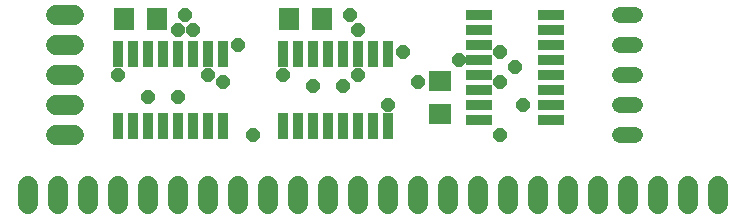
<source format=gts>
G75*
G70*
%OFA0B0*%
%FSLAX24Y24*%
%IPPOS*%
%LPD*%
%AMOC8*
5,1,8,0,0,1.08239X$1,22.5*
%
%ADD10R,0.0320X0.0860*%
%ADD11R,0.0860X0.0320*%
%ADD12C,0.0660*%
%ADD13R,0.0690X0.0769*%
%ADD14R,0.0769X0.0690*%
%ADD15C,0.0540*%
%ADD16OC8,0.0436*%
D10*
X005830Y006370D03*
X006330Y006370D03*
X006830Y006370D03*
X007330Y006370D03*
X007830Y006370D03*
X008330Y006370D03*
X008830Y006370D03*
X009330Y006370D03*
X011330Y006370D03*
X011830Y006370D03*
X012330Y006370D03*
X012830Y006370D03*
X013330Y006370D03*
X013830Y006370D03*
X014330Y006370D03*
X014830Y006370D03*
X014830Y008790D03*
X014330Y008790D03*
X013830Y008790D03*
X013330Y008790D03*
X012830Y008790D03*
X012330Y008790D03*
X011830Y008790D03*
X011330Y008790D03*
X009330Y008790D03*
X008830Y008790D03*
X008330Y008790D03*
X007830Y008790D03*
X007330Y008790D03*
X006830Y008790D03*
X006330Y008790D03*
X005830Y008790D03*
D11*
X017870Y008580D03*
X017870Y008080D03*
X017870Y007580D03*
X017870Y007080D03*
X017870Y006580D03*
X020290Y006580D03*
X020290Y007080D03*
X020290Y007580D03*
X020290Y008080D03*
X020290Y008580D03*
X020290Y009080D03*
X020290Y009580D03*
X020290Y010080D03*
X017870Y010080D03*
X017870Y009580D03*
X017870Y009080D03*
D12*
X002830Y004380D02*
X002830Y003780D01*
X003830Y003780D02*
X003830Y004380D01*
X004830Y004380D02*
X004830Y003780D01*
X005830Y003780D02*
X005830Y004380D01*
X006830Y004380D02*
X006830Y003780D01*
X007830Y003780D02*
X007830Y004380D01*
X008830Y004380D02*
X008830Y003780D01*
X009830Y003780D02*
X009830Y004380D01*
X010830Y004380D02*
X010830Y003780D01*
X011830Y003780D02*
X011830Y004380D01*
X012830Y004380D02*
X012830Y003780D01*
X013830Y003780D02*
X013830Y004380D01*
X014830Y004380D02*
X014830Y003780D01*
X015830Y003780D02*
X015830Y004380D01*
X016830Y004380D02*
X016830Y003780D01*
X017830Y003780D02*
X017830Y004380D01*
X018830Y004380D02*
X018830Y003780D01*
X019830Y003780D02*
X019830Y004380D01*
X020830Y004380D02*
X020830Y003780D01*
X021830Y003780D02*
X021830Y004380D01*
X022830Y004380D02*
X022830Y003780D01*
X023830Y003780D02*
X023830Y004380D01*
X024830Y004380D02*
X024830Y003780D01*
X025830Y003780D02*
X025830Y004380D01*
X004380Y006080D02*
X003780Y006080D01*
X003780Y007080D02*
X004380Y007080D01*
X004380Y008080D02*
X003780Y008080D01*
X003780Y009080D02*
X004380Y009080D01*
X004380Y010080D02*
X003780Y010080D01*
D13*
X006029Y009955D03*
X007131Y009955D03*
X011529Y009955D03*
X012631Y009955D03*
D14*
X016580Y007881D03*
X016580Y006779D03*
D15*
X022590Y007080D02*
X023070Y007080D01*
X023070Y006080D02*
X022590Y006080D01*
X022590Y008080D02*
X023070Y008080D01*
X023070Y009080D02*
X022590Y009080D01*
X022590Y010080D02*
X023070Y010080D01*
D16*
X019080Y008330D03*
X018580Y007830D03*
X019330Y007080D03*
X018580Y006080D03*
X015830Y007830D03*
X014830Y007080D03*
X013330Y007705D03*
X013830Y008080D03*
X012330Y007705D03*
X011330Y008080D03*
X009330Y007830D03*
X008830Y008080D03*
X007830Y007330D03*
X006830Y007330D03*
X005830Y008080D03*
X007830Y009580D03*
X008330Y009580D03*
X008080Y010080D03*
X009830Y009080D03*
X013580Y010080D03*
X013830Y009580D03*
X015330Y008830D03*
X017205Y008580D03*
X018580Y008830D03*
X010330Y006080D03*
M02*

</source>
